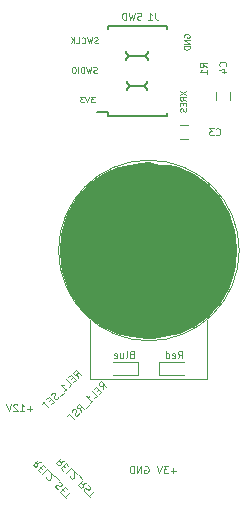
<source format=gbo>
G04 #@! TF.GenerationSoftware,KiCad,Pcbnew,5.0.0-rc3-6a2723a~65~ubuntu16.04.1*
G04 #@! TF.CreationDate,2018-07-10T16:09:43+03:00*
G04 #@! TF.ProjectId,livolo_1_channel_1way_eu_switch,6C69766F6C6F5F315F6368616E6E656C,rev?*
G04 #@! TF.SameCoordinates,Original*
G04 #@! TF.FileFunction,Legend,Bot*
G04 #@! TF.FilePolarity,Positive*
%FSLAX46Y46*%
G04 Gerber Fmt 4.6, Leading zero omitted, Abs format (unit mm)*
G04 Created by KiCad (PCBNEW 5.0.0-rc3-6a2723a~65~ubuntu16.04.1) date Tue Jul 10 16:09:43 2018*
%MOMM*%
%LPD*%
G01*
G04 APERTURE LIST*
%ADD10C,0.100000*%
%ADD11C,7.500000*%
%ADD12C,0.120000*%
%ADD13C,0.150000*%
%ADD14C,1.500000*%
%ADD15R,0.600000X0.800000*%
%ADD16O,1.350000X1.350000*%
%ADD17R,1.350000X1.350000*%
%ADD18R,1.200000X0.750000*%
%ADD19R,0.750000X1.200000*%
%ADD20R,2.500000X1.270000*%
%ADD21R,1.000000X0.995000*%
G04 APERTURE END LIST*
D10*
X137869047Y-79476190D02*
X137559523Y-79476190D01*
X137726190Y-79666666D01*
X137654761Y-79666666D01*
X137607142Y-79690476D01*
X137583333Y-79714285D01*
X137559523Y-79761904D01*
X137559523Y-79880952D01*
X137583333Y-79928571D01*
X137607142Y-79952380D01*
X137654761Y-79976190D01*
X137797619Y-79976190D01*
X137845238Y-79952380D01*
X137869047Y-79928571D01*
X137416666Y-79476190D02*
X137250000Y-79976190D01*
X137083333Y-79476190D01*
X136964285Y-79476190D02*
X136654761Y-79476190D01*
X136821428Y-79666666D01*
X136750000Y-79666666D01*
X136702380Y-79690476D01*
X136678571Y-79714285D01*
X136654761Y-79761904D01*
X136654761Y-79880952D01*
X136678571Y-79928571D01*
X136702380Y-79952380D01*
X136750000Y-79976190D01*
X136892857Y-79976190D01*
X136940476Y-79952380D01*
X136964285Y-79928571D01*
X138130952Y-74952380D02*
X138059523Y-74976190D01*
X137940476Y-74976190D01*
X137892857Y-74952380D01*
X137869047Y-74928571D01*
X137845238Y-74880952D01*
X137845238Y-74833333D01*
X137869047Y-74785714D01*
X137892857Y-74761904D01*
X137940476Y-74738095D01*
X138035714Y-74714285D01*
X138083333Y-74690476D01*
X138107142Y-74666666D01*
X138130952Y-74619047D01*
X138130952Y-74571428D01*
X138107142Y-74523809D01*
X138083333Y-74500000D01*
X138035714Y-74476190D01*
X137916666Y-74476190D01*
X137845238Y-74500000D01*
X137678571Y-74476190D02*
X137559523Y-74976190D01*
X137464285Y-74619047D01*
X137369047Y-74976190D01*
X137250000Y-74476190D01*
X136773809Y-74928571D02*
X136797619Y-74952380D01*
X136869047Y-74976190D01*
X136916666Y-74976190D01*
X136988095Y-74952380D01*
X137035714Y-74904761D01*
X137059523Y-74857142D01*
X137083333Y-74761904D01*
X137083333Y-74690476D01*
X137059523Y-74595238D01*
X137035714Y-74547619D01*
X136988095Y-74500000D01*
X136916666Y-74476190D01*
X136869047Y-74476190D01*
X136797619Y-74500000D01*
X136773809Y-74523809D01*
X136321428Y-74976190D02*
X136559523Y-74976190D01*
X136559523Y-74476190D01*
X136154761Y-74976190D02*
X136154761Y-74476190D01*
X135869047Y-74976190D02*
X136083333Y-74690476D01*
X135869047Y-74476190D02*
X136154761Y-74761904D01*
X145450000Y-74469047D02*
X145426190Y-74421428D01*
X145426190Y-74350000D01*
X145450000Y-74278571D01*
X145497619Y-74230952D01*
X145545238Y-74207142D01*
X145640476Y-74183333D01*
X145711904Y-74183333D01*
X145807142Y-74207142D01*
X145854761Y-74230952D01*
X145902380Y-74278571D01*
X145926190Y-74350000D01*
X145926190Y-74397619D01*
X145902380Y-74469047D01*
X145878571Y-74492857D01*
X145711904Y-74492857D01*
X145711904Y-74397619D01*
X145926190Y-74707142D02*
X145426190Y-74707142D01*
X145926190Y-74992857D01*
X145426190Y-74992857D01*
X145926190Y-75230952D02*
X145426190Y-75230952D01*
X145426190Y-75350000D01*
X145450000Y-75421428D01*
X145497619Y-75469047D01*
X145545238Y-75492857D01*
X145640476Y-75516666D01*
X145711904Y-75516666D01*
X145807142Y-75492857D01*
X145854761Y-75469047D01*
X145902380Y-75421428D01*
X145926190Y-75350000D01*
X145926190Y-75230952D01*
X145126190Y-79019047D02*
X145626190Y-79352380D01*
X145126190Y-79352380D02*
X145626190Y-79019047D01*
X145626190Y-79828571D02*
X145388095Y-79661904D01*
X145626190Y-79542857D02*
X145126190Y-79542857D01*
X145126190Y-79733333D01*
X145150000Y-79780952D01*
X145173809Y-79804761D01*
X145221428Y-79828571D01*
X145292857Y-79828571D01*
X145340476Y-79804761D01*
X145364285Y-79780952D01*
X145388095Y-79733333D01*
X145388095Y-79542857D01*
X145364285Y-80042857D02*
X145364285Y-80209523D01*
X145626190Y-80280952D02*
X145626190Y-80042857D01*
X145126190Y-80042857D01*
X145126190Y-80280952D01*
X145602380Y-80471428D02*
X145626190Y-80542857D01*
X145626190Y-80661904D01*
X145602380Y-80709523D01*
X145578571Y-80733333D01*
X145530952Y-80757142D01*
X145483333Y-80757142D01*
X145435714Y-80733333D01*
X145411904Y-80709523D01*
X145388095Y-80661904D01*
X145364285Y-80566666D01*
X145340476Y-80519047D01*
X145316666Y-80495238D01*
X145269047Y-80471428D01*
X145221428Y-80471428D01*
X145173809Y-80495238D01*
X145150000Y-80519047D01*
X145126190Y-80566666D01*
X145126190Y-80685714D01*
X145150000Y-80757142D01*
X144771428Y-111142857D02*
X144314285Y-111142857D01*
X144542857Y-111371428D02*
X144542857Y-110914285D01*
X144085714Y-110771428D02*
X143714285Y-110771428D01*
X143914285Y-111000000D01*
X143828571Y-111000000D01*
X143771428Y-111028571D01*
X143742857Y-111057142D01*
X143714285Y-111114285D01*
X143714285Y-111257142D01*
X143742857Y-111314285D01*
X143771428Y-111342857D01*
X143828571Y-111371428D01*
X144000000Y-111371428D01*
X144057142Y-111342857D01*
X144085714Y-111314285D01*
X143542857Y-110771428D02*
X143342857Y-111371428D01*
X143142857Y-110771428D01*
X136443502Y-103290355D02*
X136382893Y-102946903D01*
X136685939Y-103047918D02*
X136261675Y-102623654D01*
X136100051Y-102785278D01*
X136079847Y-102845887D01*
X136079847Y-102886294D01*
X136100051Y-102946903D01*
X136160660Y-103007512D01*
X136221269Y-103027715D01*
X136261675Y-103027715D01*
X136322284Y-103007512D01*
X136483908Y-102845887D01*
X136039441Y-103249948D02*
X135898020Y-103391370D01*
X136059644Y-103674213D02*
X136261675Y-103472182D01*
X135837411Y-103047918D01*
X135635380Y-103249948D01*
X135675786Y-104058071D02*
X135877817Y-103856040D01*
X135453553Y-103431776D01*
X135312132Y-104421725D02*
X135554568Y-104179289D01*
X135433350Y-104300507D02*
X135009086Y-103876243D01*
X135110101Y-103896446D01*
X135190913Y-103896446D01*
X135251522Y-103876243D01*
X135271725Y-104542944D02*
X134948477Y-104866193D01*
X134807055Y-104886396D02*
X134766649Y-104967208D01*
X134665634Y-105068223D01*
X134605025Y-105088426D01*
X134564619Y-105088426D01*
X134504009Y-105068223D01*
X134463603Y-105027817D01*
X134443400Y-104967208D01*
X134443400Y-104926802D01*
X134463603Y-104866193D01*
X134524213Y-104765177D01*
X134544416Y-104704568D01*
X134544416Y-104664162D01*
X134524213Y-104603553D01*
X134483806Y-104563147D01*
X134423197Y-104542944D01*
X134382791Y-104542944D01*
X134322182Y-104563147D01*
X134221167Y-104664162D01*
X134180761Y-104744974D01*
X134180761Y-105108629D02*
X134039339Y-105250051D01*
X134200964Y-105532893D02*
X134402994Y-105330863D01*
X133978730Y-104906599D01*
X133776700Y-105108629D01*
X133655481Y-105229847D02*
X133413045Y-105472284D01*
X133958527Y-105775330D02*
X133534263Y-105351066D01*
X138613705Y-104270152D02*
X138553096Y-103926700D01*
X138856142Y-104027715D02*
X138431878Y-103603451D01*
X138270254Y-103765075D01*
X138250051Y-103825684D01*
X138250051Y-103866091D01*
X138270254Y-103926700D01*
X138330863Y-103987309D01*
X138391472Y-104007512D01*
X138431878Y-104007512D01*
X138492487Y-103987309D01*
X138654112Y-103825684D01*
X138209644Y-104229745D02*
X138068223Y-104371167D01*
X138229847Y-104654009D02*
X138431878Y-104451979D01*
X138007614Y-104027715D01*
X137805583Y-104229745D01*
X137845990Y-105037867D02*
X138048020Y-104835837D01*
X137623756Y-104411573D01*
X137482335Y-105401522D02*
X137724771Y-105159086D01*
X137603553Y-105280304D02*
X137179289Y-104856040D01*
X137280304Y-104876243D01*
X137361116Y-104876243D01*
X137421725Y-104856040D01*
X137441928Y-105522741D02*
X137118680Y-105845990D01*
X136734822Y-106149035D02*
X136674213Y-105805583D01*
X136977258Y-105906599D02*
X136552994Y-105482335D01*
X136391370Y-105643959D01*
X136371167Y-105704568D01*
X136371167Y-105744974D01*
X136391370Y-105805583D01*
X136451979Y-105866193D01*
X136512588Y-105886396D01*
X136552994Y-105886396D01*
X136613603Y-105866193D01*
X136775228Y-105704568D01*
X136552994Y-106290457D02*
X136512588Y-106371269D01*
X136411573Y-106472284D01*
X136350964Y-106492487D01*
X136310558Y-106492487D01*
X136249948Y-106472284D01*
X136209542Y-106431878D01*
X136189339Y-106371269D01*
X136189339Y-106330863D01*
X136209542Y-106270254D01*
X136270152Y-106169238D01*
X136290355Y-106108629D01*
X136290355Y-106068223D01*
X136270152Y-106007614D01*
X136229745Y-105967208D01*
X136169136Y-105947005D01*
X136128730Y-105947005D01*
X136068121Y-105967208D01*
X135967106Y-106068223D01*
X135926700Y-106149035D01*
X135785278Y-106250051D02*
X135542842Y-106492487D01*
X136088324Y-106795533D02*
X135664060Y-106371269D01*
X135270152Y-110336294D02*
X134926700Y-110396903D01*
X135027715Y-110093857D02*
X134603451Y-110518121D01*
X134765075Y-110679745D01*
X134825684Y-110699948D01*
X134866091Y-110699948D01*
X134926700Y-110679745D01*
X134987309Y-110619136D01*
X135007512Y-110558527D01*
X135007512Y-110518121D01*
X134987309Y-110457512D01*
X134825684Y-110295887D01*
X135229745Y-110740355D02*
X135371167Y-110881776D01*
X135654009Y-110720152D02*
X135451979Y-110518121D01*
X135027715Y-110942385D01*
X135229745Y-111144416D01*
X136037867Y-111104009D02*
X135835837Y-110901979D01*
X135411573Y-111326243D01*
X135775228Y-111609086D02*
X135775228Y-111649492D01*
X135795431Y-111710101D01*
X135896446Y-111811116D01*
X135957055Y-111831319D01*
X135997461Y-111831319D01*
X136058071Y-111811116D01*
X136098477Y-111770710D01*
X136138883Y-111689898D01*
X136138883Y-111205025D01*
X136401522Y-111467664D01*
X136522741Y-111508071D02*
X136845990Y-111831319D01*
X137149035Y-112215177D02*
X136805583Y-112275786D01*
X136906599Y-111972741D02*
X136482335Y-112397005D01*
X136643959Y-112558629D01*
X136704568Y-112578832D01*
X136744974Y-112578832D01*
X136805583Y-112558629D01*
X136866193Y-112498020D01*
X136886396Y-112437411D01*
X136886396Y-112397005D01*
X136866193Y-112336396D01*
X136704568Y-112174771D01*
X137290457Y-112397005D02*
X137371269Y-112437411D01*
X137472284Y-112538426D01*
X137492487Y-112599035D01*
X137492487Y-112639441D01*
X137472284Y-112700051D01*
X137431878Y-112740457D01*
X137371269Y-112760660D01*
X137330863Y-112760660D01*
X137270254Y-112740457D01*
X137169238Y-112679847D01*
X137108629Y-112659644D01*
X137068223Y-112659644D01*
X137007614Y-112679847D01*
X136967208Y-112720254D01*
X136947005Y-112780863D01*
X136947005Y-112821269D01*
X136967208Y-112881878D01*
X137068223Y-112982893D01*
X137149035Y-113023299D01*
X137250051Y-113164721D02*
X137492487Y-113407157D01*
X137795533Y-112861675D02*
X137371269Y-113285939D01*
X133290355Y-110456497D02*
X132946903Y-110517106D01*
X133047918Y-110214060D02*
X132623654Y-110638324D01*
X132785278Y-110799948D01*
X132845887Y-110820152D01*
X132886294Y-110820152D01*
X132946903Y-110799948D01*
X133007512Y-110739339D01*
X133027715Y-110678730D01*
X133027715Y-110638324D01*
X133007512Y-110577715D01*
X132845887Y-110416091D01*
X133249948Y-110860558D02*
X133391370Y-111001979D01*
X133674213Y-110840355D02*
X133472182Y-110638324D01*
X133047918Y-111062588D01*
X133249948Y-111264619D01*
X134058071Y-111224213D02*
X133856040Y-111022182D01*
X133431776Y-111446446D01*
X133795431Y-111729289D02*
X133795431Y-111769695D01*
X133815634Y-111830304D01*
X133916649Y-111931319D01*
X133977258Y-111951522D01*
X134017664Y-111951522D01*
X134078274Y-111931319D01*
X134118680Y-111890913D01*
X134159086Y-111810101D01*
X134159086Y-111325228D01*
X134421725Y-111587867D01*
X134542944Y-111628274D02*
X134866193Y-111951522D01*
X134886396Y-112092944D02*
X134967208Y-112133350D01*
X135068223Y-112234365D01*
X135088426Y-112294974D01*
X135088426Y-112335380D01*
X135068223Y-112395990D01*
X135027817Y-112436396D01*
X134967208Y-112456599D01*
X134926802Y-112456599D01*
X134866193Y-112436396D01*
X134765177Y-112375786D01*
X134704568Y-112355583D01*
X134664162Y-112355583D01*
X134603553Y-112375786D01*
X134563147Y-112416193D01*
X134542944Y-112476802D01*
X134542944Y-112517208D01*
X134563147Y-112577817D01*
X134664162Y-112678832D01*
X134744974Y-112719238D01*
X135108629Y-112719238D02*
X135250051Y-112860660D01*
X135532893Y-112699035D02*
X135330863Y-112497005D01*
X134906599Y-112921269D01*
X135108629Y-113123299D01*
X135229847Y-113244518D02*
X135472284Y-113486954D01*
X135775330Y-112941472D02*
X135351066Y-113365736D01*
X139602380Y-86140476D02*
X139626190Y-86211904D01*
X139626190Y-86330952D01*
X139602380Y-86378571D01*
X139578571Y-86402380D01*
X139530952Y-86426190D01*
X139483333Y-86426190D01*
X139435714Y-86402380D01*
X139411904Y-86378571D01*
X139388095Y-86330952D01*
X139364285Y-86235714D01*
X139340476Y-86188095D01*
X139316666Y-86164285D01*
X139269047Y-86140476D01*
X139221428Y-86140476D01*
X139173809Y-86164285D01*
X139150000Y-86188095D01*
X139126190Y-86235714D01*
X139126190Y-86354761D01*
X139150000Y-86426190D01*
X139126190Y-86592857D02*
X139626190Y-86711904D01*
X139269047Y-86807142D01*
X139626190Y-86902380D01*
X139126190Y-87021428D01*
X139626190Y-87211904D02*
X139126190Y-87211904D01*
X139126190Y-87330952D01*
X139150000Y-87402380D01*
X139197619Y-87450000D01*
X139245238Y-87473809D01*
X139340476Y-87497619D01*
X139411904Y-87497619D01*
X139507142Y-87473809D01*
X139554761Y-87450000D01*
X139602380Y-87402380D01*
X139626190Y-87330952D01*
X139626190Y-87211904D01*
X139626190Y-87711904D02*
X139126190Y-87711904D01*
X139126190Y-88045238D02*
X139126190Y-88140476D01*
X139150000Y-88188095D01*
X139197619Y-88235714D01*
X139292857Y-88259523D01*
X139459523Y-88259523D01*
X139554761Y-88235714D01*
X139602380Y-88188095D01*
X139626190Y-88140476D01*
X139626190Y-88045238D01*
X139602380Y-87997619D01*
X139554761Y-87950000D01*
X139459523Y-87926190D01*
X139292857Y-87926190D01*
X139197619Y-87950000D01*
X139150000Y-87997619D01*
X139126190Y-88045238D01*
X138059523Y-77452380D02*
X137988095Y-77476190D01*
X137869047Y-77476190D01*
X137821428Y-77452380D01*
X137797619Y-77428571D01*
X137773809Y-77380952D01*
X137773809Y-77333333D01*
X137797619Y-77285714D01*
X137821428Y-77261904D01*
X137869047Y-77238095D01*
X137964285Y-77214285D01*
X138011904Y-77190476D01*
X138035714Y-77166666D01*
X138059523Y-77119047D01*
X138059523Y-77071428D01*
X138035714Y-77023809D01*
X138011904Y-77000000D01*
X137964285Y-76976190D01*
X137845238Y-76976190D01*
X137773809Y-77000000D01*
X137607142Y-76976190D02*
X137488095Y-77476190D01*
X137392857Y-77119047D01*
X137297619Y-77476190D01*
X137178571Y-76976190D01*
X136988095Y-77476190D02*
X136988095Y-76976190D01*
X136869047Y-76976190D01*
X136797619Y-77000000D01*
X136750000Y-77047619D01*
X136726190Y-77095238D01*
X136702380Y-77190476D01*
X136702380Y-77261904D01*
X136726190Y-77357142D01*
X136750000Y-77404761D01*
X136797619Y-77452380D01*
X136869047Y-77476190D01*
X136988095Y-77476190D01*
X136488095Y-77476190D02*
X136488095Y-76976190D01*
X136154761Y-76976190D02*
X136059523Y-76976190D01*
X136011904Y-77000000D01*
X135964285Y-77047619D01*
X135940476Y-77142857D01*
X135940476Y-77309523D01*
X135964285Y-77404761D01*
X136011904Y-77452380D01*
X136059523Y-77476190D01*
X136154761Y-77476190D01*
X136202380Y-77452380D01*
X136250000Y-77404761D01*
X136273809Y-77309523D01*
X136273809Y-77142857D01*
X136250000Y-77047619D01*
X136202380Y-77000000D01*
X136154761Y-76976190D01*
X142202380Y-86069047D02*
X142226190Y-86140476D01*
X142226190Y-86259523D01*
X142202380Y-86307142D01*
X142178571Y-86330952D01*
X142130952Y-86354761D01*
X142083333Y-86354761D01*
X142035714Y-86330952D01*
X142011904Y-86307142D01*
X141988095Y-86259523D01*
X141964285Y-86164285D01*
X141940476Y-86116666D01*
X141916666Y-86092857D01*
X141869047Y-86069047D01*
X141821428Y-86069047D01*
X141773809Y-86092857D01*
X141750000Y-86116666D01*
X141726190Y-86164285D01*
X141726190Y-86283333D01*
X141750000Y-86354761D01*
X141726190Y-86521428D02*
X142226190Y-86640476D01*
X141869047Y-86735714D01*
X142226190Y-86830952D01*
X141726190Y-86950000D01*
X142178571Y-87426190D02*
X142202380Y-87402380D01*
X142226190Y-87330952D01*
X142226190Y-87283333D01*
X142202380Y-87211904D01*
X142154761Y-87164285D01*
X142107142Y-87140476D01*
X142011904Y-87116666D01*
X141940476Y-87116666D01*
X141845238Y-87140476D01*
X141797619Y-87164285D01*
X141750000Y-87211904D01*
X141726190Y-87283333D01*
X141726190Y-87330952D01*
X141750000Y-87402380D01*
X141773809Y-87426190D01*
X142226190Y-87878571D02*
X142226190Y-87640476D01*
X141726190Y-87640476D01*
X142226190Y-88045238D02*
X141726190Y-88045238D01*
X142226190Y-88330952D02*
X141940476Y-88116666D01*
X141726190Y-88330952D02*
X142011904Y-88045238D01*
X144326190Y-86480952D02*
X144326190Y-86790476D01*
X144516666Y-86623809D01*
X144516666Y-86695238D01*
X144540476Y-86742857D01*
X144564285Y-86766666D01*
X144611904Y-86790476D01*
X144730952Y-86790476D01*
X144778571Y-86766666D01*
X144802380Y-86742857D01*
X144826190Y-86695238D01*
X144826190Y-86552380D01*
X144802380Y-86504761D01*
X144778571Y-86480952D01*
X144326190Y-86933333D02*
X144826190Y-87100000D01*
X144326190Y-87266666D01*
X144326190Y-87385714D02*
X144326190Y-87695238D01*
X144516666Y-87528571D01*
X144516666Y-87600000D01*
X144540476Y-87647619D01*
X144564285Y-87671428D01*
X144611904Y-87695238D01*
X144730952Y-87695238D01*
X144778571Y-87671428D01*
X144802380Y-87647619D01*
X144826190Y-87600000D01*
X144826190Y-87457142D01*
X144802380Y-87409523D01*
X144778571Y-87385714D01*
X142107142Y-110800000D02*
X142164285Y-110771428D01*
X142250000Y-110771428D01*
X142335714Y-110800000D01*
X142392857Y-110857142D01*
X142421428Y-110914285D01*
X142450000Y-111028571D01*
X142450000Y-111114285D01*
X142421428Y-111228571D01*
X142392857Y-111285714D01*
X142335714Y-111342857D01*
X142250000Y-111371428D01*
X142192857Y-111371428D01*
X142107142Y-111342857D01*
X142078571Y-111314285D01*
X142078571Y-111114285D01*
X142192857Y-111114285D01*
X141821428Y-111371428D02*
X141821428Y-110771428D01*
X141478571Y-111371428D01*
X141478571Y-110771428D01*
X141192857Y-111371428D02*
X141192857Y-110771428D01*
X141050000Y-110771428D01*
X140964285Y-110800000D01*
X140907142Y-110857142D01*
X140878571Y-110914285D01*
X140850000Y-111028571D01*
X140850000Y-111114285D01*
X140878571Y-111228571D01*
X140907142Y-111285714D01*
X140964285Y-111342857D01*
X141050000Y-111371428D01*
X141192857Y-111371428D01*
X132607142Y-105892857D02*
X132150000Y-105892857D01*
X132378571Y-106121428D02*
X132378571Y-105664285D01*
X131550000Y-106121428D02*
X131892857Y-106121428D01*
X131721428Y-106121428D02*
X131721428Y-105521428D01*
X131778571Y-105607142D01*
X131835714Y-105664285D01*
X131892857Y-105692857D01*
X131321428Y-105578571D02*
X131292857Y-105550000D01*
X131235714Y-105521428D01*
X131092857Y-105521428D01*
X131035714Y-105550000D01*
X131007142Y-105578571D01*
X130978571Y-105635714D01*
X130978571Y-105692857D01*
X131007142Y-105778571D01*
X131350000Y-106121428D01*
X130978571Y-106121428D01*
X130807142Y-105521428D02*
X130607142Y-106121428D01*
X130407142Y-105521428D01*
G04 #@! TO.C,REF\002A\002A*
X150117148Y-92509512D02*
G75*
G03X150117148Y-92509512I-7647872J0D01*
G01*
X137495200Y-103430002D02*
X137495200Y-98374511D01*
X147395160Y-103430002D02*
X147395160Y-98374511D01*
X137499994Y-103432020D02*
X147390000Y-103432020D01*
D11*
G04 #@! TO.C,U1*
X146173390Y-92524262D02*
G75*
G03X146173390Y-92524262I-3740382J0D01*
G01*
D12*
G04 #@! TO.C,D5*
X143350000Y-103050000D02*
X143350000Y-101950000D01*
X143350000Y-101950000D02*
X145450000Y-101950000D01*
X143350000Y-103050000D02*
X145450000Y-103050000D01*
G04 #@! TO.C,D6*
X141550000Y-101950000D02*
X139450000Y-101950000D01*
X141550000Y-103050000D02*
X139450000Y-103050000D01*
X141550000Y-101950000D02*
X141550000Y-103050000D01*
G04 #@! TO.C,C3*
X145800000Y-81850000D02*
X145100000Y-81850000D01*
X145100000Y-83050000D02*
X145800000Y-83050000D01*
G04 #@! TO.C,C4*
X149350000Y-79800000D02*
X149350000Y-79100000D01*
X148150000Y-79100000D02*
X148150000Y-79800000D01*
D13*
G04 #@! TO.C,J1*
X139000000Y-80800000D02*
X138100000Y-80800000D01*
X140800000Y-78600000D02*
X142100000Y-78600000D01*
X144000000Y-73490000D02*
X144000000Y-73770000D01*
X144000000Y-73490000D02*
X139000000Y-73490000D01*
X139000000Y-73490000D02*
X139000000Y-73770000D01*
X139000000Y-81110000D02*
X139000000Y-80830000D01*
X144000000Y-81110000D02*
X139000000Y-81110000D01*
X142300000Y-78951000D02*
X142300000Y-78824000D01*
X142300000Y-78824000D02*
X142046000Y-78570000D01*
X142046000Y-78570000D02*
X142300000Y-78316000D01*
X142300000Y-78316000D02*
X142300000Y-78189000D01*
X144000000Y-81110000D02*
X144000000Y-80830000D01*
X142400000Y-76411000D02*
X142400000Y-76284000D01*
X140600000Y-78189000D02*
X140600000Y-78316000D01*
X142146000Y-76030000D02*
X142400000Y-75776000D01*
X140854000Y-78570000D02*
X140600000Y-78824000D01*
X142400000Y-75776000D02*
X142400000Y-75649000D01*
X140600000Y-78824000D02*
X140600000Y-78951000D01*
X142400000Y-76284000D02*
X142146000Y-76030000D01*
X140600000Y-78316000D02*
X140854000Y-78570000D01*
X140500000Y-75649000D02*
X140500000Y-75776000D01*
X140500000Y-76284000D02*
X140500000Y-76411000D01*
X140754000Y-76030000D02*
X140500000Y-76284000D01*
X140500000Y-75776000D02*
X140754000Y-76030000D01*
X140799848Y-76030000D02*
X142101883Y-76030000D01*
G04 #@! TO.C,D5*
D12*
X144942857Y-101621428D02*
X145142857Y-101335714D01*
X145285714Y-101621428D02*
X145285714Y-101021428D01*
X145057142Y-101021428D01*
X145000000Y-101050000D01*
X144971428Y-101078571D01*
X144942857Y-101135714D01*
X144942857Y-101221428D01*
X144971428Y-101278571D01*
X145000000Y-101307142D01*
X145057142Y-101335714D01*
X145285714Y-101335714D01*
X144457142Y-101592857D02*
X144514285Y-101621428D01*
X144628571Y-101621428D01*
X144685714Y-101592857D01*
X144714285Y-101535714D01*
X144714285Y-101307142D01*
X144685714Y-101250000D01*
X144628571Y-101221428D01*
X144514285Y-101221428D01*
X144457142Y-101250000D01*
X144428571Y-101307142D01*
X144428571Y-101364285D01*
X144714285Y-101421428D01*
X143914285Y-101621428D02*
X143914285Y-101021428D01*
X143914285Y-101592857D02*
X143971428Y-101621428D01*
X144085714Y-101621428D01*
X144142857Y-101592857D01*
X144171428Y-101564285D01*
X144200000Y-101507142D01*
X144200000Y-101335714D01*
X144171428Y-101278571D01*
X144142857Y-101250000D01*
X144085714Y-101221428D01*
X143971428Y-101221428D01*
X143914285Y-101250000D01*
G04 #@! TO.C,D6*
X140992857Y-101307142D02*
X140907142Y-101335714D01*
X140878571Y-101364285D01*
X140850000Y-101421428D01*
X140850000Y-101507142D01*
X140878571Y-101564285D01*
X140907142Y-101592857D01*
X140964285Y-101621428D01*
X141192857Y-101621428D01*
X141192857Y-101021428D01*
X140992857Y-101021428D01*
X140935714Y-101050000D01*
X140907142Y-101078571D01*
X140878571Y-101135714D01*
X140878571Y-101192857D01*
X140907142Y-101250000D01*
X140935714Y-101278571D01*
X140992857Y-101307142D01*
X141192857Y-101307142D01*
X140507142Y-101621428D02*
X140564285Y-101592857D01*
X140592857Y-101535714D01*
X140592857Y-101021428D01*
X140021428Y-101221428D02*
X140021428Y-101621428D01*
X140278571Y-101221428D02*
X140278571Y-101535714D01*
X140250000Y-101592857D01*
X140192857Y-101621428D01*
X140107142Y-101621428D01*
X140050000Y-101592857D01*
X140021428Y-101564285D01*
X139507142Y-101592857D02*
X139564285Y-101621428D01*
X139678571Y-101621428D01*
X139735714Y-101592857D01*
X139764285Y-101535714D01*
X139764285Y-101307142D01*
X139735714Y-101250000D01*
X139678571Y-101221428D01*
X139564285Y-101221428D01*
X139507142Y-101250000D01*
X139478571Y-101307142D01*
X139478571Y-101364285D01*
X139764285Y-101421428D01*
G04 #@! TO.C,C3*
X148150000Y-82714285D02*
X148178571Y-82742857D01*
X148264285Y-82771428D01*
X148321428Y-82771428D01*
X148407142Y-82742857D01*
X148464285Y-82685714D01*
X148492857Y-82628571D01*
X148521428Y-82514285D01*
X148521428Y-82428571D01*
X148492857Y-82314285D01*
X148464285Y-82257142D01*
X148407142Y-82200000D01*
X148321428Y-82171428D01*
X148264285Y-82171428D01*
X148178571Y-82200000D01*
X148150000Y-82228571D01*
X147950000Y-82171428D02*
X147578571Y-82171428D01*
X147778571Y-82400000D01*
X147692857Y-82400000D01*
X147635714Y-82428571D01*
X147607142Y-82457142D01*
X147578571Y-82514285D01*
X147578571Y-82657142D01*
X147607142Y-82714285D01*
X147635714Y-82742857D01*
X147692857Y-82771428D01*
X147864285Y-82771428D01*
X147921428Y-82742857D01*
X147950000Y-82714285D01*
G04 #@! TO.C,C4*
X148964285Y-76900000D02*
X148992857Y-76871428D01*
X149021428Y-76785714D01*
X149021428Y-76728571D01*
X148992857Y-76642857D01*
X148935714Y-76585714D01*
X148878571Y-76557142D01*
X148764285Y-76528571D01*
X148678571Y-76528571D01*
X148564285Y-76557142D01*
X148507142Y-76585714D01*
X148450000Y-76642857D01*
X148421428Y-76728571D01*
X148421428Y-76785714D01*
X148450000Y-76871428D01*
X148478571Y-76900000D01*
X148621428Y-77414285D02*
X149021428Y-77414285D01*
X148392857Y-77271428D02*
X148821428Y-77128571D01*
X148821428Y-77500000D01*
G04 #@! TO.C,J1*
X143000000Y-72371428D02*
X143000000Y-72800000D01*
X143028571Y-72885714D01*
X143085714Y-72942857D01*
X143171428Y-72971428D01*
X143228571Y-72971428D01*
X142400000Y-72971428D02*
X142742857Y-72971428D01*
X142571428Y-72971428D02*
X142571428Y-72371428D01*
X142628571Y-72457142D01*
X142685714Y-72514285D01*
X142742857Y-72542857D01*
X141814285Y-72942857D02*
X141728571Y-72971428D01*
X141585714Y-72971428D01*
X141528571Y-72942857D01*
X141500000Y-72914285D01*
X141471428Y-72857142D01*
X141471428Y-72800000D01*
X141500000Y-72742857D01*
X141528571Y-72714285D01*
X141585714Y-72685714D01*
X141700000Y-72657142D01*
X141757142Y-72628571D01*
X141785714Y-72600000D01*
X141814285Y-72542857D01*
X141814285Y-72485714D01*
X141785714Y-72428571D01*
X141757142Y-72400000D01*
X141700000Y-72371428D01*
X141557142Y-72371428D01*
X141471428Y-72400000D01*
X141271428Y-72371428D02*
X141128571Y-72971428D01*
X141014285Y-72542857D01*
X140900000Y-72971428D01*
X140757142Y-72371428D01*
X140528571Y-72971428D02*
X140528571Y-72371428D01*
X140385714Y-72371428D01*
X140300000Y-72400000D01*
X140242857Y-72457142D01*
X140214285Y-72514285D01*
X140185714Y-72628571D01*
X140185714Y-72714285D01*
X140214285Y-72828571D01*
X140242857Y-72885714D01*
X140300000Y-72942857D01*
X140385714Y-72971428D01*
X140528571Y-72971428D01*
G04 #@! TO.C,R1*
X147371428Y-76975000D02*
X147085714Y-76775000D01*
X147371428Y-76632142D02*
X146771428Y-76632142D01*
X146771428Y-76860714D01*
X146800000Y-76917857D01*
X146828571Y-76946428D01*
X146885714Y-76975000D01*
X146971428Y-76975000D01*
X147028571Y-76946428D01*
X147057142Y-76917857D01*
X147085714Y-76860714D01*
X147085714Y-76632142D01*
X147371428Y-77546428D02*
X147371428Y-77203571D01*
X147371428Y-77375000D02*
X146771428Y-77375000D01*
X146857142Y-77317857D01*
X146914285Y-77260714D01*
X146942857Y-77203571D01*
G04 #@! TD*
%LPC*%
D14*
G04 #@! TO.C,REF\002A\002A*
X146500000Y-101200000D03*
G04 #@! TD*
G04 #@! TO.C,REF\002A\002A*
X138300000Y-101200000D03*
G04 #@! TD*
D15*
G04 #@! TO.C,D5*
X143800000Y-102500000D03*
X145500000Y-102500000D03*
G04 #@! TD*
G04 #@! TO.C,D6*
X139400000Y-102500000D03*
X141100000Y-102500000D03*
G04 #@! TD*
D16*
G04 #@! TO.C,P4*
X143650000Y-107550000D03*
X143650000Y-109550000D03*
X141650000Y-107550000D03*
X141650000Y-109550000D03*
X139650000Y-107550000D03*
X139650000Y-109550000D03*
X137650000Y-107550000D03*
X137650000Y-109550000D03*
X135650000Y-107550000D03*
X135650000Y-109550000D03*
X133650000Y-107550000D03*
X133650000Y-109550000D03*
X131650000Y-107550000D03*
D17*
X131650000Y-109550000D03*
G04 #@! TD*
D18*
G04 #@! TO.C,C3*
X146400000Y-82450000D03*
X144500000Y-82450000D03*
G04 #@! TD*
D19*
G04 #@! TO.C,C4*
X148750000Y-80400000D03*
X148750000Y-78500000D03*
G04 #@! TD*
D20*
G04 #@! TO.C,J1*
X139500000Y-79800000D03*
X139500000Y-77300000D03*
X139500000Y-74760000D03*
X143500000Y-74760000D03*
X143500000Y-77300000D03*
X143500000Y-79840000D03*
G04 #@! TD*
D21*
G04 #@! TO.C,R1*
X147000000Y-80375000D03*
X147000000Y-78600000D03*
G04 #@! TD*
M02*

</source>
